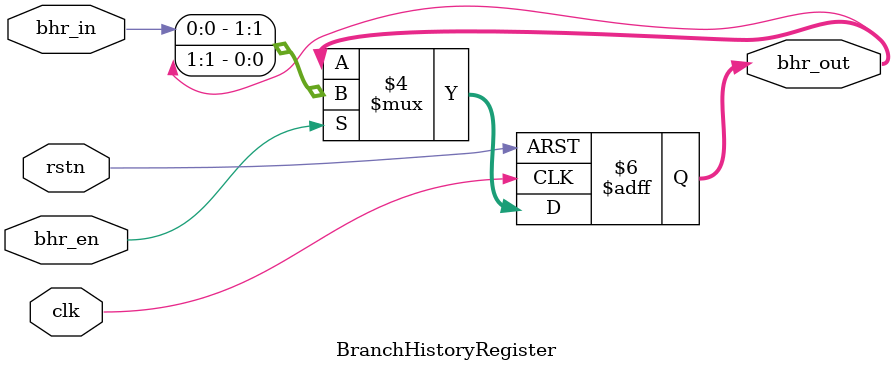
<source format=v>
/***********************************************************************************************************
Github repo : https://github.com/Praseeda-S/RISC-V-Soc.git
Date : 20/05/2021
Authors : Praseeda S, Sanjana AR, Parvathy PH, Anna Sebastine
College Name : College of Engineering, Trivandrum
Project Name : Design and Verification of Vriddhi: A RISC-V Core
Design name : Branch History Register
Module name : BranchHistoryRegister
Description : A shift register that records last n branches encountered by the processor
***********************************************************************************************************/

module BranchHistoryRegister #(parameter REGSIZE=2)(
input  clk,
input  rstn,
input  bhr_en,
input  bhr_in,
output reg [REGSIZE-1:0] bhr_out 
);


always@(posedge clk or negedge rstn)
begin
if(~rstn)
  bhr_out <= 0;
else 
  begin
    if(bhr_en)
       bhr_out <= {bhr_in, bhr_out[REGSIZE-1:1]};
    else
       bhr_out <= bhr_out;
  end
end

endmodule

</source>
